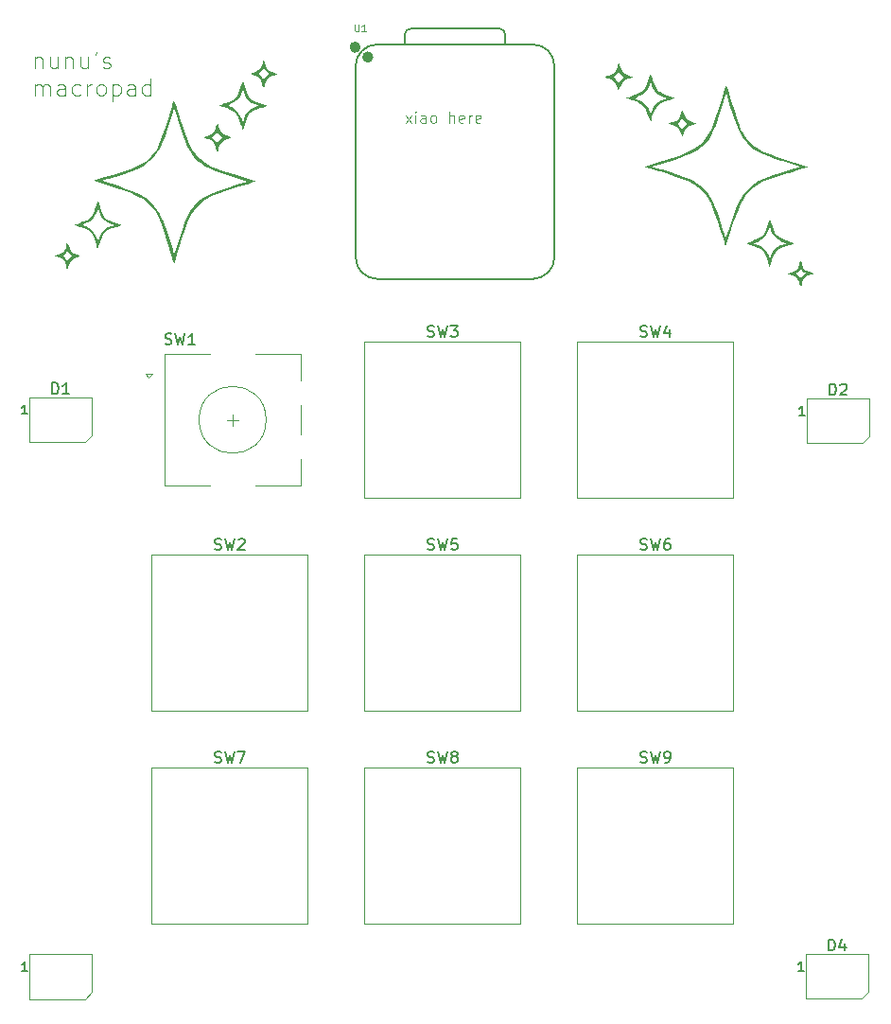
<source format=gbr>
%TF.GenerationSoftware,KiCad,Pcbnew,8.0.8*%
%TF.CreationDate,2025-02-20T21:51:01-07:00*%
%TF.ProjectId,my actual macropad,6d792061-6374-4756-916c-206d6163726f,rev?*%
%TF.SameCoordinates,Original*%
%TF.FileFunction,Legend,Top*%
%TF.FilePolarity,Positive*%
%FSLAX46Y46*%
G04 Gerber Fmt 4.6, Leading zero omitted, Abs format (unit mm)*
G04 Created by KiCad (PCBNEW 8.0.8) date 2025-02-20 21:51:01*
%MOMM*%
%LPD*%
G01*
G04 APERTURE LIST*
%ADD10C,0.100000*%
%ADD11C,0.101600*%
%ADD12C,0.150000*%
%ADD13C,0.127000*%
%ADD14C,0.504000*%
%ADD15C,0.120000*%
%ADD16C,0.000000*%
G04 APERTURE END LIST*
D10*
X94510431Y-69952562D02*
X94510431Y-70952562D01*
X94510431Y-70095419D02*
X94581860Y-70023991D01*
X94581860Y-70023991D02*
X94724717Y-69952562D01*
X94724717Y-69952562D02*
X94939003Y-69952562D01*
X94939003Y-69952562D02*
X95081860Y-70023991D01*
X95081860Y-70023991D02*
X95153289Y-70166848D01*
X95153289Y-70166848D02*
X95153289Y-70952562D01*
X96510432Y-69952562D02*
X96510432Y-70952562D01*
X95867574Y-69952562D02*
X95867574Y-70738276D01*
X95867574Y-70738276D02*
X95939003Y-70881134D01*
X95939003Y-70881134D02*
X96081860Y-70952562D01*
X96081860Y-70952562D02*
X96296146Y-70952562D01*
X96296146Y-70952562D02*
X96439003Y-70881134D01*
X96439003Y-70881134D02*
X96510432Y-70809705D01*
X97224717Y-69952562D02*
X97224717Y-70952562D01*
X97224717Y-70095419D02*
X97296146Y-70023991D01*
X97296146Y-70023991D02*
X97439003Y-69952562D01*
X97439003Y-69952562D02*
X97653289Y-69952562D01*
X97653289Y-69952562D02*
X97796146Y-70023991D01*
X97796146Y-70023991D02*
X97867575Y-70166848D01*
X97867575Y-70166848D02*
X97867575Y-70952562D01*
X99224718Y-69952562D02*
X99224718Y-70952562D01*
X98581860Y-69952562D02*
X98581860Y-70738276D01*
X98581860Y-70738276D02*
X98653289Y-70881134D01*
X98653289Y-70881134D02*
X98796146Y-70952562D01*
X98796146Y-70952562D02*
X99010432Y-70952562D01*
X99010432Y-70952562D02*
X99153289Y-70881134D01*
X99153289Y-70881134D02*
X99224718Y-70809705D01*
X100010432Y-69452562D02*
X99867575Y-69738276D01*
X100581861Y-70881134D02*
X100724718Y-70952562D01*
X100724718Y-70952562D02*
X101010432Y-70952562D01*
X101010432Y-70952562D02*
X101153289Y-70881134D01*
X101153289Y-70881134D02*
X101224718Y-70738276D01*
X101224718Y-70738276D02*
X101224718Y-70666848D01*
X101224718Y-70666848D02*
X101153289Y-70523991D01*
X101153289Y-70523991D02*
X101010432Y-70452562D01*
X101010432Y-70452562D02*
X100796147Y-70452562D01*
X100796147Y-70452562D02*
X100653289Y-70381134D01*
X100653289Y-70381134D02*
X100581861Y-70238276D01*
X100581861Y-70238276D02*
X100581861Y-70166848D01*
X100581861Y-70166848D02*
X100653289Y-70023991D01*
X100653289Y-70023991D02*
X100796147Y-69952562D01*
X100796147Y-69952562D02*
X101010432Y-69952562D01*
X101010432Y-69952562D02*
X101153289Y-70023991D01*
X94510431Y-73367478D02*
X94510431Y-72367478D01*
X94510431Y-72510335D02*
X94581860Y-72438907D01*
X94581860Y-72438907D02*
X94724717Y-72367478D01*
X94724717Y-72367478D02*
X94939003Y-72367478D01*
X94939003Y-72367478D02*
X95081860Y-72438907D01*
X95081860Y-72438907D02*
X95153289Y-72581764D01*
X95153289Y-72581764D02*
X95153289Y-73367478D01*
X95153289Y-72581764D02*
X95224717Y-72438907D01*
X95224717Y-72438907D02*
X95367574Y-72367478D01*
X95367574Y-72367478D02*
X95581860Y-72367478D01*
X95581860Y-72367478D02*
X95724717Y-72438907D01*
X95724717Y-72438907D02*
X95796146Y-72581764D01*
X95796146Y-72581764D02*
X95796146Y-73367478D01*
X97153289Y-73367478D02*
X97153289Y-72581764D01*
X97153289Y-72581764D02*
X97081860Y-72438907D01*
X97081860Y-72438907D02*
X96939003Y-72367478D01*
X96939003Y-72367478D02*
X96653289Y-72367478D01*
X96653289Y-72367478D02*
X96510431Y-72438907D01*
X97153289Y-73296050D02*
X97010431Y-73367478D01*
X97010431Y-73367478D02*
X96653289Y-73367478D01*
X96653289Y-73367478D02*
X96510431Y-73296050D01*
X96510431Y-73296050D02*
X96439003Y-73153192D01*
X96439003Y-73153192D02*
X96439003Y-73010335D01*
X96439003Y-73010335D02*
X96510431Y-72867478D01*
X96510431Y-72867478D02*
X96653289Y-72796050D01*
X96653289Y-72796050D02*
X97010431Y-72796050D01*
X97010431Y-72796050D02*
X97153289Y-72724621D01*
X98510432Y-73296050D02*
X98367574Y-73367478D01*
X98367574Y-73367478D02*
X98081860Y-73367478D01*
X98081860Y-73367478D02*
X97939003Y-73296050D01*
X97939003Y-73296050D02*
X97867574Y-73224621D01*
X97867574Y-73224621D02*
X97796146Y-73081764D01*
X97796146Y-73081764D02*
X97796146Y-72653192D01*
X97796146Y-72653192D02*
X97867574Y-72510335D01*
X97867574Y-72510335D02*
X97939003Y-72438907D01*
X97939003Y-72438907D02*
X98081860Y-72367478D01*
X98081860Y-72367478D02*
X98367574Y-72367478D01*
X98367574Y-72367478D02*
X98510432Y-72438907D01*
X99153288Y-73367478D02*
X99153288Y-72367478D01*
X99153288Y-72653192D02*
X99224717Y-72510335D01*
X99224717Y-72510335D02*
X99296146Y-72438907D01*
X99296146Y-72438907D02*
X99439003Y-72367478D01*
X99439003Y-72367478D02*
X99581860Y-72367478D01*
X100296145Y-73367478D02*
X100153288Y-73296050D01*
X100153288Y-73296050D02*
X100081859Y-73224621D01*
X100081859Y-73224621D02*
X100010431Y-73081764D01*
X100010431Y-73081764D02*
X100010431Y-72653192D01*
X100010431Y-72653192D02*
X100081859Y-72510335D01*
X100081859Y-72510335D02*
X100153288Y-72438907D01*
X100153288Y-72438907D02*
X100296145Y-72367478D01*
X100296145Y-72367478D02*
X100510431Y-72367478D01*
X100510431Y-72367478D02*
X100653288Y-72438907D01*
X100653288Y-72438907D02*
X100724717Y-72510335D01*
X100724717Y-72510335D02*
X100796145Y-72653192D01*
X100796145Y-72653192D02*
X100796145Y-73081764D01*
X100796145Y-73081764D02*
X100724717Y-73224621D01*
X100724717Y-73224621D02*
X100653288Y-73296050D01*
X100653288Y-73296050D02*
X100510431Y-73367478D01*
X100510431Y-73367478D02*
X100296145Y-73367478D01*
X101439002Y-72367478D02*
X101439002Y-73867478D01*
X101439002Y-72438907D02*
X101581860Y-72367478D01*
X101581860Y-72367478D02*
X101867574Y-72367478D01*
X101867574Y-72367478D02*
X102010431Y-72438907D01*
X102010431Y-72438907D02*
X102081860Y-72510335D01*
X102081860Y-72510335D02*
X102153288Y-72653192D01*
X102153288Y-72653192D02*
X102153288Y-73081764D01*
X102153288Y-73081764D02*
X102081860Y-73224621D01*
X102081860Y-73224621D02*
X102010431Y-73296050D01*
X102010431Y-73296050D02*
X101867574Y-73367478D01*
X101867574Y-73367478D02*
X101581860Y-73367478D01*
X101581860Y-73367478D02*
X101439002Y-73296050D01*
X103439003Y-73367478D02*
X103439003Y-72581764D01*
X103439003Y-72581764D02*
X103367574Y-72438907D01*
X103367574Y-72438907D02*
X103224717Y-72367478D01*
X103224717Y-72367478D02*
X102939003Y-72367478D01*
X102939003Y-72367478D02*
X102796145Y-72438907D01*
X103439003Y-73296050D02*
X103296145Y-73367478D01*
X103296145Y-73367478D02*
X102939003Y-73367478D01*
X102939003Y-73367478D02*
X102796145Y-73296050D01*
X102796145Y-73296050D02*
X102724717Y-73153192D01*
X102724717Y-73153192D02*
X102724717Y-73010335D01*
X102724717Y-73010335D02*
X102796145Y-72867478D01*
X102796145Y-72867478D02*
X102939003Y-72796050D01*
X102939003Y-72796050D02*
X103296145Y-72796050D01*
X103296145Y-72796050D02*
X103439003Y-72724621D01*
X104796146Y-73367478D02*
X104796146Y-71867478D01*
X104796146Y-73296050D02*
X104653288Y-73367478D01*
X104653288Y-73367478D02*
X104367574Y-73367478D01*
X104367574Y-73367478D02*
X104224717Y-73296050D01*
X104224717Y-73296050D02*
X104153288Y-73224621D01*
X104153288Y-73224621D02*
X104081860Y-73081764D01*
X104081860Y-73081764D02*
X104081860Y-72653192D01*
X104081860Y-72653192D02*
X104153288Y-72510335D01*
X104153288Y-72510335D02*
X104224717Y-72438907D01*
X104224717Y-72438907D02*
X104367574Y-72367478D01*
X104367574Y-72367478D02*
X104653288Y-72367478D01*
X104653288Y-72367478D02*
X104796146Y-72438907D01*
X127633646Y-75809919D02*
X128157455Y-75143252D01*
X127633646Y-75143252D02*
X128157455Y-75809919D01*
X128538408Y-75809919D02*
X128538408Y-75143252D01*
X128538408Y-74809919D02*
X128490789Y-74857538D01*
X128490789Y-74857538D02*
X128538408Y-74905157D01*
X128538408Y-74905157D02*
X128586027Y-74857538D01*
X128586027Y-74857538D02*
X128538408Y-74809919D01*
X128538408Y-74809919D02*
X128538408Y-74905157D01*
X129443169Y-75809919D02*
X129443169Y-75286109D01*
X129443169Y-75286109D02*
X129395550Y-75190871D01*
X129395550Y-75190871D02*
X129300312Y-75143252D01*
X129300312Y-75143252D02*
X129109836Y-75143252D01*
X129109836Y-75143252D02*
X129014598Y-75190871D01*
X129443169Y-75762300D02*
X129347931Y-75809919D01*
X129347931Y-75809919D02*
X129109836Y-75809919D01*
X129109836Y-75809919D02*
X129014598Y-75762300D01*
X129014598Y-75762300D02*
X128966979Y-75667061D01*
X128966979Y-75667061D02*
X128966979Y-75571823D01*
X128966979Y-75571823D02*
X129014598Y-75476585D01*
X129014598Y-75476585D02*
X129109836Y-75428966D01*
X129109836Y-75428966D02*
X129347931Y-75428966D01*
X129347931Y-75428966D02*
X129443169Y-75381347D01*
X130062217Y-75809919D02*
X129966979Y-75762300D01*
X129966979Y-75762300D02*
X129919360Y-75714680D01*
X129919360Y-75714680D02*
X129871741Y-75619442D01*
X129871741Y-75619442D02*
X129871741Y-75333728D01*
X129871741Y-75333728D02*
X129919360Y-75238490D01*
X129919360Y-75238490D02*
X129966979Y-75190871D01*
X129966979Y-75190871D02*
X130062217Y-75143252D01*
X130062217Y-75143252D02*
X130205074Y-75143252D01*
X130205074Y-75143252D02*
X130300312Y-75190871D01*
X130300312Y-75190871D02*
X130347931Y-75238490D01*
X130347931Y-75238490D02*
X130395550Y-75333728D01*
X130395550Y-75333728D02*
X130395550Y-75619442D01*
X130395550Y-75619442D02*
X130347931Y-75714680D01*
X130347931Y-75714680D02*
X130300312Y-75762300D01*
X130300312Y-75762300D02*
X130205074Y-75809919D01*
X130205074Y-75809919D02*
X130062217Y-75809919D01*
X131586027Y-75809919D02*
X131586027Y-74809919D01*
X132014598Y-75809919D02*
X132014598Y-75286109D01*
X132014598Y-75286109D02*
X131966979Y-75190871D01*
X131966979Y-75190871D02*
X131871741Y-75143252D01*
X131871741Y-75143252D02*
X131728884Y-75143252D01*
X131728884Y-75143252D02*
X131633646Y-75190871D01*
X131633646Y-75190871D02*
X131586027Y-75238490D01*
X132871741Y-75762300D02*
X132776503Y-75809919D01*
X132776503Y-75809919D02*
X132586027Y-75809919D01*
X132586027Y-75809919D02*
X132490789Y-75762300D01*
X132490789Y-75762300D02*
X132443170Y-75667061D01*
X132443170Y-75667061D02*
X132443170Y-75286109D01*
X132443170Y-75286109D02*
X132490789Y-75190871D01*
X132490789Y-75190871D02*
X132586027Y-75143252D01*
X132586027Y-75143252D02*
X132776503Y-75143252D01*
X132776503Y-75143252D02*
X132871741Y-75190871D01*
X132871741Y-75190871D02*
X132919360Y-75286109D01*
X132919360Y-75286109D02*
X132919360Y-75381347D01*
X132919360Y-75381347D02*
X132443170Y-75476585D01*
X133347932Y-75809919D02*
X133347932Y-75143252D01*
X133347932Y-75333728D02*
X133395551Y-75238490D01*
X133395551Y-75238490D02*
X133443170Y-75190871D01*
X133443170Y-75190871D02*
X133538408Y-75143252D01*
X133538408Y-75143252D02*
X133633646Y-75143252D01*
X134347932Y-75762300D02*
X134252694Y-75809919D01*
X134252694Y-75809919D02*
X134062218Y-75809919D01*
X134062218Y-75809919D02*
X133966980Y-75762300D01*
X133966980Y-75762300D02*
X133919361Y-75667061D01*
X133919361Y-75667061D02*
X133919361Y-75286109D01*
X133919361Y-75286109D02*
X133966980Y-75190871D01*
X133966980Y-75190871D02*
X134062218Y-75143252D01*
X134062218Y-75143252D02*
X134252694Y-75143252D01*
X134252694Y-75143252D02*
X134347932Y-75190871D01*
X134347932Y-75190871D02*
X134395551Y-75286109D01*
X134395551Y-75286109D02*
X134395551Y-75381347D01*
X134395551Y-75381347D02*
X133919361Y-75476585D01*
D11*
X123091190Y-67009729D02*
X123091190Y-67523776D01*
X123091190Y-67523776D02*
X123121428Y-67584252D01*
X123121428Y-67584252D02*
X123151666Y-67614491D01*
X123151666Y-67614491D02*
X123212142Y-67644729D01*
X123212142Y-67644729D02*
X123333095Y-67644729D01*
X123333095Y-67644729D02*
X123393571Y-67614491D01*
X123393571Y-67614491D02*
X123423809Y-67584252D01*
X123423809Y-67584252D02*
X123454047Y-67523776D01*
X123454047Y-67523776D02*
X123454047Y-67009729D01*
X124089047Y-67644729D02*
X123726190Y-67644729D01*
X123907618Y-67644729D02*
X123907618Y-67009729D01*
X123907618Y-67009729D02*
X123847142Y-67100443D01*
X123847142Y-67100443D02*
X123786666Y-67160919D01*
X123786666Y-67160919D02*
X123726190Y-67191157D01*
D12*
X148685417Y-133026950D02*
X148828274Y-133074569D01*
X148828274Y-133074569D02*
X149066369Y-133074569D01*
X149066369Y-133074569D02*
X149161607Y-133026950D01*
X149161607Y-133026950D02*
X149209226Y-132979330D01*
X149209226Y-132979330D02*
X149256845Y-132884092D01*
X149256845Y-132884092D02*
X149256845Y-132788854D01*
X149256845Y-132788854D02*
X149209226Y-132693616D01*
X149209226Y-132693616D02*
X149161607Y-132645997D01*
X149161607Y-132645997D02*
X149066369Y-132598378D01*
X149066369Y-132598378D02*
X148875893Y-132550759D01*
X148875893Y-132550759D02*
X148780655Y-132503140D01*
X148780655Y-132503140D02*
X148733036Y-132455521D01*
X148733036Y-132455521D02*
X148685417Y-132360283D01*
X148685417Y-132360283D02*
X148685417Y-132265045D01*
X148685417Y-132265045D02*
X148733036Y-132169807D01*
X148733036Y-132169807D02*
X148780655Y-132122188D01*
X148780655Y-132122188D02*
X148875893Y-132074569D01*
X148875893Y-132074569D02*
X149113988Y-132074569D01*
X149113988Y-132074569D02*
X149256845Y-132122188D01*
X149590179Y-132074569D02*
X149828274Y-133074569D01*
X149828274Y-133074569D02*
X150018750Y-132360283D01*
X150018750Y-132360283D02*
X150209226Y-133074569D01*
X150209226Y-133074569D02*
X150447322Y-132074569D01*
X150875893Y-133074569D02*
X151066369Y-133074569D01*
X151066369Y-133074569D02*
X151161607Y-133026950D01*
X151161607Y-133026950D02*
X151209226Y-132979330D01*
X151209226Y-132979330D02*
X151304464Y-132836473D01*
X151304464Y-132836473D02*
X151352083Y-132645997D01*
X151352083Y-132645997D02*
X151352083Y-132265045D01*
X151352083Y-132265045D02*
X151304464Y-132169807D01*
X151304464Y-132169807D02*
X151256845Y-132122188D01*
X151256845Y-132122188D02*
X151161607Y-132074569D01*
X151161607Y-132074569D02*
X150971131Y-132074569D01*
X150971131Y-132074569D02*
X150875893Y-132122188D01*
X150875893Y-132122188D02*
X150828274Y-132169807D01*
X150828274Y-132169807D02*
X150780655Y-132265045D01*
X150780655Y-132265045D02*
X150780655Y-132503140D01*
X150780655Y-132503140D02*
X150828274Y-132598378D01*
X150828274Y-132598378D02*
X150875893Y-132645997D01*
X150875893Y-132645997D02*
X150971131Y-132693616D01*
X150971131Y-132693616D02*
X151161607Y-132693616D01*
X151161607Y-132693616D02*
X151256845Y-132645997D01*
X151256845Y-132645997D02*
X151304464Y-132598378D01*
X151304464Y-132598378D02*
X151352083Y-132503140D01*
X129635417Y-133026950D02*
X129778274Y-133074569D01*
X129778274Y-133074569D02*
X130016369Y-133074569D01*
X130016369Y-133074569D02*
X130111607Y-133026950D01*
X130111607Y-133026950D02*
X130159226Y-132979330D01*
X130159226Y-132979330D02*
X130206845Y-132884092D01*
X130206845Y-132884092D02*
X130206845Y-132788854D01*
X130206845Y-132788854D02*
X130159226Y-132693616D01*
X130159226Y-132693616D02*
X130111607Y-132645997D01*
X130111607Y-132645997D02*
X130016369Y-132598378D01*
X130016369Y-132598378D02*
X129825893Y-132550759D01*
X129825893Y-132550759D02*
X129730655Y-132503140D01*
X129730655Y-132503140D02*
X129683036Y-132455521D01*
X129683036Y-132455521D02*
X129635417Y-132360283D01*
X129635417Y-132360283D02*
X129635417Y-132265045D01*
X129635417Y-132265045D02*
X129683036Y-132169807D01*
X129683036Y-132169807D02*
X129730655Y-132122188D01*
X129730655Y-132122188D02*
X129825893Y-132074569D01*
X129825893Y-132074569D02*
X130063988Y-132074569D01*
X130063988Y-132074569D02*
X130206845Y-132122188D01*
X130540179Y-132074569D02*
X130778274Y-133074569D01*
X130778274Y-133074569D02*
X130968750Y-132360283D01*
X130968750Y-132360283D02*
X131159226Y-133074569D01*
X131159226Y-133074569D02*
X131397322Y-132074569D01*
X131921131Y-132503140D02*
X131825893Y-132455521D01*
X131825893Y-132455521D02*
X131778274Y-132407902D01*
X131778274Y-132407902D02*
X131730655Y-132312664D01*
X131730655Y-132312664D02*
X131730655Y-132265045D01*
X131730655Y-132265045D02*
X131778274Y-132169807D01*
X131778274Y-132169807D02*
X131825893Y-132122188D01*
X131825893Y-132122188D02*
X131921131Y-132074569D01*
X131921131Y-132074569D02*
X132111607Y-132074569D01*
X132111607Y-132074569D02*
X132206845Y-132122188D01*
X132206845Y-132122188D02*
X132254464Y-132169807D01*
X132254464Y-132169807D02*
X132302083Y-132265045D01*
X132302083Y-132265045D02*
X132302083Y-132312664D01*
X132302083Y-132312664D02*
X132254464Y-132407902D01*
X132254464Y-132407902D02*
X132206845Y-132455521D01*
X132206845Y-132455521D02*
X132111607Y-132503140D01*
X132111607Y-132503140D02*
X131921131Y-132503140D01*
X131921131Y-132503140D02*
X131825893Y-132550759D01*
X131825893Y-132550759D02*
X131778274Y-132598378D01*
X131778274Y-132598378D02*
X131730655Y-132693616D01*
X131730655Y-132693616D02*
X131730655Y-132884092D01*
X131730655Y-132884092D02*
X131778274Y-132979330D01*
X131778274Y-132979330D02*
X131825893Y-133026950D01*
X131825893Y-133026950D02*
X131921131Y-133074569D01*
X131921131Y-133074569D02*
X132111607Y-133074569D01*
X132111607Y-133074569D02*
X132206845Y-133026950D01*
X132206845Y-133026950D02*
X132254464Y-132979330D01*
X132254464Y-132979330D02*
X132302083Y-132884092D01*
X132302083Y-132884092D02*
X132302083Y-132693616D01*
X132302083Y-132693616D02*
X132254464Y-132598378D01*
X132254464Y-132598378D02*
X132206845Y-132550759D01*
X132206845Y-132550759D02*
X132111607Y-132503140D01*
X110585417Y-133026950D02*
X110728274Y-133074569D01*
X110728274Y-133074569D02*
X110966369Y-133074569D01*
X110966369Y-133074569D02*
X111061607Y-133026950D01*
X111061607Y-133026950D02*
X111109226Y-132979330D01*
X111109226Y-132979330D02*
X111156845Y-132884092D01*
X111156845Y-132884092D02*
X111156845Y-132788854D01*
X111156845Y-132788854D02*
X111109226Y-132693616D01*
X111109226Y-132693616D02*
X111061607Y-132645997D01*
X111061607Y-132645997D02*
X110966369Y-132598378D01*
X110966369Y-132598378D02*
X110775893Y-132550759D01*
X110775893Y-132550759D02*
X110680655Y-132503140D01*
X110680655Y-132503140D02*
X110633036Y-132455521D01*
X110633036Y-132455521D02*
X110585417Y-132360283D01*
X110585417Y-132360283D02*
X110585417Y-132265045D01*
X110585417Y-132265045D02*
X110633036Y-132169807D01*
X110633036Y-132169807D02*
X110680655Y-132122188D01*
X110680655Y-132122188D02*
X110775893Y-132074569D01*
X110775893Y-132074569D02*
X111013988Y-132074569D01*
X111013988Y-132074569D02*
X111156845Y-132122188D01*
X111490179Y-132074569D02*
X111728274Y-133074569D01*
X111728274Y-133074569D02*
X111918750Y-132360283D01*
X111918750Y-132360283D02*
X112109226Y-133074569D01*
X112109226Y-133074569D02*
X112347322Y-132074569D01*
X112633036Y-132074569D02*
X113299702Y-132074569D01*
X113299702Y-132074569D02*
X112871131Y-133074569D01*
X148685417Y-113976950D02*
X148828274Y-114024569D01*
X148828274Y-114024569D02*
X149066369Y-114024569D01*
X149066369Y-114024569D02*
X149161607Y-113976950D01*
X149161607Y-113976950D02*
X149209226Y-113929330D01*
X149209226Y-113929330D02*
X149256845Y-113834092D01*
X149256845Y-113834092D02*
X149256845Y-113738854D01*
X149256845Y-113738854D02*
X149209226Y-113643616D01*
X149209226Y-113643616D02*
X149161607Y-113595997D01*
X149161607Y-113595997D02*
X149066369Y-113548378D01*
X149066369Y-113548378D02*
X148875893Y-113500759D01*
X148875893Y-113500759D02*
X148780655Y-113453140D01*
X148780655Y-113453140D02*
X148733036Y-113405521D01*
X148733036Y-113405521D02*
X148685417Y-113310283D01*
X148685417Y-113310283D02*
X148685417Y-113215045D01*
X148685417Y-113215045D02*
X148733036Y-113119807D01*
X148733036Y-113119807D02*
X148780655Y-113072188D01*
X148780655Y-113072188D02*
X148875893Y-113024569D01*
X148875893Y-113024569D02*
X149113988Y-113024569D01*
X149113988Y-113024569D02*
X149256845Y-113072188D01*
X149590179Y-113024569D02*
X149828274Y-114024569D01*
X149828274Y-114024569D02*
X150018750Y-113310283D01*
X150018750Y-113310283D02*
X150209226Y-114024569D01*
X150209226Y-114024569D02*
X150447322Y-113024569D01*
X151256845Y-113024569D02*
X151066369Y-113024569D01*
X151066369Y-113024569D02*
X150971131Y-113072188D01*
X150971131Y-113072188D02*
X150923512Y-113119807D01*
X150923512Y-113119807D02*
X150828274Y-113262664D01*
X150828274Y-113262664D02*
X150780655Y-113453140D01*
X150780655Y-113453140D02*
X150780655Y-113834092D01*
X150780655Y-113834092D02*
X150828274Y-113929330D01*
X150828274Y-113929330D02*
X150875893Y-113976950D01*
X150875893Y-113976950D02*
X150971131Y-114024569D01*
X150971131Y-114024569D02*
X151161607Y-114024569D01*
X151161607Y-114024569D02*
X151256845Y-113976950D01*
X151256845Y-113976950D02*
X151304464Y-113929330D01*
X151304464Y-113929330D02*
X151352083Y-113834092D01*
X151352083Y-113834092D02*
X151352083Y-113595997D01*
X151352083Y-113595997D02*
X151304464Y-113500759D01*
X151304464Y-113500759D02*
X151256845Y-113453140D01*
X151256845Y-113453140D02*
X151161607Y-113405521D01*
X151161607Y-113405521D02*
X150971131Y-113405521D01*
X150971131Y-113405521D02*
X150875893Y-113453140D01*
X150875893Y-113453140D02*
X150828274Y-113500759D01*
X150828274Y-113500759D02*
X150780655Y-113595997D01*
X129635417Y-113976950D02*
X129778274Y-114024569D01*
X129778274Y-114024569D02*
X130016369Y-114024569D01*
X130016369Y-114024569D02*
X130111607Y-113976950D01*
X130111607Y-113976950D02*
X130159226Y-113929330D01*
X130159226Y-113929330D02*
X130206845Y-113834092D01*
X130206845Y-113834092D02*
X130206845Y-113738854D01*
X130206845Y-113738854D02*
X130159226Y-113643616D01*
X130159226Y-113643616D02*
X130111607Y-113595997D01*
X130111607Y-113595997D02*
X130016369Y-113548378D01*
X130016369Y-113548378D02*
X129825893Y-113500759D01*
X129825893Y-113500759D02*
X129730655Y-113453140D01*
X129730655Y-113453140D02*
X129683036Y-113405521D01*
X129683036Y-113405521D02*
X129635417Y-113310283D01*
X129635417Y-113310283D02*
X129635417Y-113215045D01*
X129635417Y-113215045D02*
X129683036Y-113119807D01*
X129683036Y-113119807D02*
X129730655Y-113072188D01*
X129730655Y-113072188D02*
X129825893Y-113024569D01*
X129825893Y-113024569D02*
X130063988Y-113024569D01*
X130063988Y-113024569D02*
X130206845Y-113072188D01*
X130540179Y-113024569D02*
X130778274Y-114024569D01*
X130778274Y-114024569D02*
X130968750Y-113310283D01*
X130968750Y-113310283D02*
X131159226Y-114024569D01*
X131159226Y-114024569D02*
X131397322Y-113024569D01*
X132254464Y-113024569D02*
X131778274Y-113024569D01*
X131778274Y-113024569D02*
X131730655Y-113500759D01*
X131730655Y-113500759D02*
X131778274Y-113453140D01*
X131778274Y-113453140D02*
X131873512Y-113405521D01*
X131873512Y-113405521D02*
X132111607Y-113405521D01*
X132111607Y-113405521D02*
X132206845Y-113453140D01*
X132206845Y-113453140D02*
X132254464Y-113500759D01*
X132254464Y-113500759D02*
X132302083Y-113595997D01*
X132302083Y-113595997D02*
X132302083Y-113834092D01*
X132302083Y-113834092D02*
X132254464Y-113929330D01*
X132254464Y-113929330D02*
X132206845Y-113976950D01*
X132206845Y-113976950D02*
X132111607Y-114024569D01*
X132111607Y-114024569D02*
X131873512Y-114024569D01*
X131873512Y-114024569D02*
X131778274Y-113976950D01*
X131778274Y-113976950D02*
X131730655Y-113929330D01*
X148685417Y-94926950D02*
X148828274Y-94974569D01*
X148828274Y-94974569D02*
X149066369Y-94974569D01*
X149066369Y-94974569D02*
X149161607Y-94926950D01*
X149161607Y-94926950D02*
X149209226Y-94879330D01*
X149209226Y-94879330D02*
X149256845Y-94784092D01*
X149256845Y-94784092D02*
X149256845Y-94688854D01*
X149256845Y-94688854D02*
X149209226Y-94593616D01*
X149209226Y-94593616D02*
X149161607Y-94545997D01*
X149161607Y-94545997D02*
X149066369Y-94498378D01*
X149066369Y-94498378D02*
X148875893Y-94450759D01*
X148875893Y-94450759D02*
X148780655Y-94403140D01*
X148780655Y-94403140D02*
X148733036Y-94355521D01*
X148733036Y-94355521D02*
X148685417Y-94260283D01*
X148685417Y-94260283D02*
X148685417Y-94165045D01*
X148685417Y-94165045D02*
X148733036Y-94069807D01*
X148733036Y-94069807D02*
X148780655Y-94022188D01*
X148780655Y-94022188D02*
X148875893Y-93974569D01*
X148875893Y-93974569D02*
X149113988Y-93974569D01*
X149113988Y-93974569D02*
X149256845Y-94022188D01*
X149590179Y-93974569D02*
X149828274Y-94974569D01*
X149828274Y-94974569D02*
X150018750Y-94260283D01*
X150018750Y-94260283D02*
X150209226Y-94974569D01*
X150209226Y-94974569D02*
X150447322Y-93974569D01*
X151256845Y-94307902D02*
X151256845Y-94974569D01*
X151018750Y-93926950D02*
X150780655Y-94641235D01*
X150780655Y-94641235D02*
X151399702Y-94641235D01*
X129635417Y-94926950D02*
X129778274Y-94974569D01*
X129778274Y-94974569D02*
X130016369Y-94974569D01*
X130016369Y-94974569D02*
X130111607Y-94926950D01*
X130111607Y-94926950D02*
X130159226Y-94879330D01*
X130159226Y-94879330D02*
X130206845Y-94784092D01*
X130206845Y-94784092D02*
X130206845Y-94688854D01*
X130206845Y-94688854D02*
X130159226Y-94593616D01*
X130159226Y-94593616D02*
X130111607Y-94545997D01*
X130111607Y-94545997D02*
X130016369Y-94498378D01*
X130016369Y-94498378D02*
X129825893Y-94450759D01*
X129825893Y-94450759D02*
X129730655Y-94403140D01*
X129730655Y-94403140D02*
X129683036Y-94355521D01*
X129683036Y-94355521D02*
X129635417Y-94260283D01*
X129635417Y-94260283D02*
X129635417Y-94165045D01*
X129635417Y-94165045D02*
X129683036Y-94069807D01*
X129683036Y-94069807D02*
X129730655Y-94022188D01*
X129730655Y-94022188D02*
X129825893Y-93974569D01*
X129825893Y-93974569D02*
X130063988Y-93974569D01*
X130063988Y-93974569D02*
X130206845Y-94022188D01*
X130540179Y-93974569D02*
X130778274Y-94974569D01*
X130778274Y-94974569D02*
X130968750Y-94260283D01*
X130968750Y-94260283D02*
X131159226Y-94974569D01*
X131159226Y-94974569D02*
X131397322Y-93974569D01*
X131683036Y-93974569D02*
X132302083Y-93974569D01*
X132302083Y-93974569D02*
X131968750Y-94355521D01*
X131968750Y-94355521D02*
X132111607Y-94355521D01*
X132111607Y-94355521D02*
X132206845Y-94403140D01*
X132206845Y-94403140D02*
X132254464Y-94450759D01*
X132254464Y-94450759D02*
X132302083Y-94545997D01*
X132302083Y-94545997D02*
X132302083Y-94784092D01*
X132302083Y-94784092D02*
X132254464Y-94879330D01*
X132254464Y-94879330D02*
X132206845Y-94926950D01*
X132206845Y-94926950D02*
X132111607Y-94974569D01*
X132111607Y-94974569D02*
X131825893Y-94974569D01*
X131825893Y-94974569D02*
X131730655Y-94926950D01*
X131730655Y-94926950D02*
X131683036Y-94879330D01*
X110585417Y-113976950D02*
X110728274Y-114024569D01*
X110728274Y-114024569D02*
X110966369Y-114024569D01*
X110966369Y-114024569D02*
X111061607Y-113976950D01*
X111061607Y-113976950D02*
X111109226Y-113929330D01*
X111109226Y-113929330D02*
X111156845Y-113834092D01*
X111156845Y-113834092D02*
X111156845Y-113738854D01*
X111156845Y-113738854D02*
X111109226Y-113643616D01*
X111109226Y-113643616D02*
X111061607Y-113595997D01*
X111061607Y-113595997D02*
X110966369Y-113548378D01*
X110966369Y-113548378D02*
X110775893Y-113500759D01*
X110775893Y-113500759D02*
X110680655Y-113453140D01*
X110680655Y-113453140D02*
X110633036Y-113405521D01*
X110633036Y-113405521D02*
X110585417Y-113310283D01*
X110585417Y-113310283D02*
X110585417Y-113215045D01*
X110585417Y-113215045D02*
X110633036Y-113119807D01*
X110633036Y-113119807D02*
X110680655Y-113072188D01*
X110680655Y-113072188D02*
X110775893Y-113024569D01*
X110775893Y-113024569D02*
X111013988Y-113024569D01*
X111013988Y-113024569D02*
X111156845Y-113072188D01*
X111490179Y-113024569D02*
X111728274Y-114024569D01*
X111728274Y-114024569D02*
X111918750Y-113310283D01*
X111918750Y-113310283D02*
X112109226Y-114024569D01*
X112109226Y-114024569D02*
X112347322Y-113024569D01*
X112680655Y-113119807D02*
X112728274Y-113072188D01*
X112728274Y-113072188D02*
X112823512Y-113024569D01*
X112823512Y-113024569D02*
X113061607Y-113024569D01*
X113061607Y-113024569D02*
X113156845Y-113072188D01*
X113156845Y-113072188D02*
X113204464Y-113119807D01*
X113204464Y-113119807D02*
X113252083Y-113215045D01*
X113252083Y-113215045D02*
X113252083Y-113310283D01*
X113252083Y-113310283D02*
X113204464Y-113453140D01*
X113204464Y-113453140D02*
X112633036Y-114024569D01*
X112633036Y-114024569D02*
X113252083Y-114024569D01*
X106135417Y-95600950D02*
X106278274Y-95648569D01*
X106278274Y-95648569D02*
X106516369Y-95648569D01*
X106516369Y-95648569D02*
X106611607Y-95600950D01*
X106611607Y-95600950D02*
X106659226Y-95553330D01*
X106659226Y-95553330D02*
X106706845Y-95458092D01*
X106706845Y-95458092D02*
X106706845Y-95362854D01*
X106706845Y-95362854D02*
X106659226Y-95267616D01*
X106659226Y-95267616D02*
X106611607Y-95219997D01*
X106611607Y-95219997D02*
X106516369Y-95172378D01*
X106516369Y-95172378D02*
X106325893Y-95124759D01*
X106325893Y-95124759D02*
X106230655Y-95077140D01*
X106230655Y-95077140D02*
X106183036Y-95029521D01*
X106183036Y-95029521D02*
X106135417Y-94934283D01*
X106135417Y-94934283D02*
X106135417Y-94839045D01*
X106135417Y-94839045D02*
X106183036Y-94743807D01*
X106183036Y-94743807D02*
X106230655Y-94696188D01*
X106230655Y-94696188D02*
X106325893Y-94648569D01*
X106325893Y-94648569D02*
X106563988Y-94648569D01*
X106563988Y-94648569D02*
X106706845Y-94696188D01*
X107040179Y-94648569D02*
X107278274Y-95648569D01*
X107278274Y-95648569D02*
X107468750Y-94934283D01*
X107468750Y-94934283D02*
X107659226Y-95648569D01*
X107659226Y-95648569D02*
X107897322Y-94648569D01*
X108802083Y-95648569D02*
X108230655Y-95648569D01*
X108516369Y-95648569D02*
X108516369Y-94648569D01*
X108516369Y-94648569D02*
X108421131Y-94791426D01*
X108421131Y-94791426D02*
X108325893Y-94886664D01*
X108325893Y-94886664D02*
X108230655Y-94934283D01*
X96011905Y-100079819D02*
X96011905Y-99079819D01*
X96011905Y-99079819D02*
X96250000Y-99079819D01*
X96250000Y-99079819D02*
X96392857Y-99127438D01*
X96392857Y-99127438D02*
X96488095Y-99222676D01*
X96488095Y-99222676D02*
X96535714Y-99317914D01*
X96535714Y-99317914D02*
X96583333Y-99508390D01*
X96583333Y-99508390D02*
X96583333Y-99651247D01*
X96583333Y-99651247D02*
X96535714Y-99841723D01*
X96535714Y-99841723D02*
X96488095Y-99936961D01*
X96488095Y-99936961D02*
X96392857Y-100032200D01*
X96392857Y-100032200D02*
X96250000Y-100079819D01*
X96250000Y-100079819D02*
X96011905Y-100079819D01*
X97535714Y-100079819D02*
X96964286Y-100079819D01*
X97250000Y-100079819D02*
X97250000Y-99079819D01*
X97250000Y-99079819D02*
X97154762Y-99222676D01*
X97154762Y-99222676D02*
X97059524Y-99317914D01*
X97059524Y-99317914D02*
X96964286Y-99365533D01*
X93778571Y-101862295D02*
X93321428Y-101862295D01*
X93550000Y-101862295D02*
X93550000Y-101062295D01*
X93550000Y-101062295D02*
X93473809Y-101176580D01*
X93473809Y-101176580D02*
X93397619Y-101252771D01*
X93397619Y-101252771D02*
X93321428Y-101290866D01*
X165611905Y-100179819D02*
X165611905Y-99179819D01*
X165611905Y-99179819D02*
X165850000Y-99179819D01*
X165850000Y-99179819D02*
X165992857Y-99227438D01*
X165992857Y-99227438D02*
X166088095Y-99322676D01*
X166088095Y-99322676D02*
X166135714Y-99417914D01*
X166135714Y-99417914D02*
X166183333Y-99608390D01*
X166183333Y-99608390D02*
X166183333Y-99751247D01*
X166183333Y-99751247D02*
X166135714Y-99941723D01*
X166135714Y-99941723D02*
X166088095Y-100036961D01*
X166088095Y-100036961D02*
X165992857Y-100132200D01*
X165992857Y-100132200D02*
X165850000Y-100179819D01*
X165850000Y-100179819D02*
X165611905Y-100179819D01*
X166564286Y-99275057D02*
X166611905Y-99227438D01*
X166611905Y-99227438D02*
X166707143Y-99179819D01*
X166707143Y-99179819D02*
X166945238Y-99179819D01*
X166945238Y-99179819D02*
X167040476Y-99227438D01*
X167040476Y-99227438D02*
X167088095Y-99275057D01*
X167088095Y-99275057D02*
X167135714Y-99370295D01*
X167135714Y-99370295D02*
X167135714Y-99465533D01*
X167135714Y-99465533D02*
X167088095Y-99608390D01*
X167088095Y-99608390D02*
X166516667Y-100179819D01*
X166516667Y-100179819D02*
X167135714Y-100179819D01*
X163378571Y-101962295D02*
X162921428Y-101962295D01*
X163150000Y-101962295D02*
X163150000Y-101162295D01*
X163150000Y-101162295D02*
X163073809Y-101276580D01*
X163073809Y-101276580D02*
X162997619Y-101352771D01*
X162997619Y-101352771D02*
X162921428Y-101390866D01*
X165511905Y-149879819D02*
X165511905Y-148879819D01*
X165511905Y-148879819D02*
X165750000Y-148879819D01*
X165750000Y-148879819D02*
X165892857Y-148927438D01*
X165892857Y-148927438D02*
X165988095Y-149022676D01*
X165988095Y-149022676D02*
X166035714Y-149117914D01*
X166035714Y-149117914D02*
X166083333Y-149308390D01*
X166083333Y-149308390D02*
X166083333Y-149451247D01*
X166083333Y-149451247D02*
X166035714Y-149641723D01*
X166035714Y-149641723D02*
X165988095Y-149736961D01*
X165988095Y-149736961D02*
X165892857Y-149832200D01*
X165892857Y-149832200D02*
X165750000Y-149879819D01*
X165750000Y-149879819D02*
X165511905Y-149879819D01*
X166940476Y-149213152D02*
X166940476Y-149879819D01*
X166702381Y-148832200D02*
X166464286Y-149546485D01*
X166464286Y-149546485D02*
X167083333Y-149546485D01*
X163278571Y-151662295D02*
X162821428Y-151662295D01*
X163050000Y-151662295D02*
X163050000Y-150862295D01*
X163050000Y-150862295D02*
X162973809Y-150976580D01*
X162973809Y-150976580D02*
X162897619Y-151052771D01*
X162897619Y-151052771D02*
X162821428Y-151090866D01*
X93778571Y-151687295D02*
X93321428Y-151687295D01*
X93550000Y-151687295D02*
X93550000Y-150887295D01*
X93550000Y-150887295D02*
X93473809Y-151001580D01*
X93473809Y-151001580D02*
X93397619Y-151077771D01*
X93397619Y-151077771D02*
X93321428Y-151115866D01*
D13*
%TO.C,U1*%
X123185000Y-87865250D02*
X123185000Y-70720250D01*
X125090000Y-89770250D02*
X139060000Y-89770250D01*
X127580000Y-68815250D02*
X127583728Y-67904978D01*
X128083728Y-67405250D02*
X136079000Y-67405250D01*
X136579000Y-67905250D02*
X136579000Y-68815250D01*
D10*
X139060000Y-68815250D02*
X125090000Y-68815250D01*
D13*
X139060000Y-68815250D02*
X125090000Y-68815250D01*
X140965000Y-87865250D02*
X140965000Y-70720250D01*
X123185000Y-70720250D02*
G75*
G02*
X125090000Y-68815250I1905001J-1D01*
G01*
X125090000Y-89770250D02*
G75*
G02*
X123185000Y-87865250I1J1905001D01*
G01*
X127583728Y-67904978D02*
G75*
G02*
X128083728Y-67405251I500018J-291D01*
G01*
X136079000Y-67405250D02*
G75*
G02*
X136579000Y-67905250I0J-500000D01*
G01*
X139060000Y-68815250D02*
G75*
G02*
X140965000Y-70720250I0J-1905000D01*
G01*
X140965000Y-87865250D02*
G75*
G02*
X139060000Y-89770250I-1905000J0D01*
G01*
D14*
X123377000Y-69056250D02*
G75*
G02*
X122873000Y-69056250I-252000J0D01*
G01*
X122873000Y-69056250D02*
G75*
G02*
X123377000Y-69056250I252000J0D01*
G01*
X124520000Y-69936250D02*
G75*
G02*
X124016000Y-69936250I-252000J0D01*
G01*
X124016000Y-69936250D02*
G75*
G02*
X124520000Y-69936250I252000J0D01*
G01*
D15*
%TO.C,SW9*%
X143033750Y-133508750D02*
X157003750Y-133508750D01*
X143033750Y-147478750D02*
X143033750Y-133508750D01*
X157003750Y-133508750D02*
X157003750Y-147478750D01*
X157003750Y-147478750D02*
X143033750Y-147478750D01*
%TO.C,SW8*%
X123983750Y-133508750D02*
X137953750Y-133508750D01*
X123983750Y-147478750D02*
X123983750Y-133508750D01*
X137953750Y-133508750D02*
X137953750Y-147478750D01*
X137953750Y-147478750D02*
X123983750Y-147478750D01*
%TO.C,SW7*%
X104933750Y-133508750D02*
X118903750Y-133508750D01*
X104933750Y-147478750D02*
X104933750Y-133508750D01*
X118903750Y-133508750D02*
X118903750Y-147478750D01*
X118903750Y-147478750D02*
X104933750Y-147478750D01*
%TO.C,SW6*%
X143033750Y-114458750D02*
X157003750Y-114458750D01*
X143033750Y-128428750D02*
X143033750Y-114458750D01*
X157003750Y-114458750D02*
X157003750Y-128428750D01*
X157003750Y-128428750D02*
X143033750Y-128428750D01*
%TO.C,SW5*%
X123983750Y-114458750D02*
X137953750Y-114458750D01*
X123983750Y-128428750D02*
X123983750Y-114458750D01*
X137953750Y-114458750D02*
X137953750Y-128428750D01*
X137953750Y-128428750D02*
X123983750Y-128428750D01*
%TO.C,SW4*%
X143033750Y-95408750D02*
X157003750Y-95408750D01*
X143033750Y-109378750D02*
X143033750Y-95408750D01*
X157003750Y-95408750D02*
X157003750Y-109378750D01*
X157003750Y-109378750D02*
X143033750Y-109378750D01*
%TO.C,SW3*%
X123983750Y-95408750D02*
X137953750Y-95408750D01*
X123983750Y-109378750D02*
X123983750Y-95408750D01*
X137953750Y-95408750D02*
X137953750Y-109378750D01*
X137953750Y-109378750D02*
X123983750Y-109378750D01*
%TO.C,SW2*%
X104933750Y-114458750D02*
X118903750Y-114458750D01*
X104933750Y-128428750D02*
X104933750Y-114458750D01*
X118903750Y-114458750D02*
X118903750Y-128428750D01*
X118903750Y-128428750D02*
X104933750Y-128428750D01*
%TO.C,SW1*%
X104368750Y-98293750D02*
X104968750Y-98293750D01*
X104668750Y-98593750D02*
X104368750Y-98293750D01*
X104968750Y-98293750D02*
X104668750Y-98593750D01*
X106068750Y-96493750D02*
X106068750Y-108293750D01*
X110168750Y-96493750D02*
X106068750Y-96493750D01*
X110168750Y-108293750D02*
X106068750Y-108293750D01*
X111668750Y-102393750D02*
X112668750Y-102393750D01*
X112168750Y-101893750D02*
X112168750Y-102893750D01*
X114168750Y-96493750D02*
X118268750Y-96493750D01*
X118268750Y-96493750D02*
X118268750Y-98893750D01*
X118268750Y-101093750D02*
X118268750Y-103693750D01*
X118268750Y-105893750D02*
X118268750Y-108293750D01*
X118268750Y-108293750D02*
X114168750Y-108293750D01*
X115168750Y-102393750D02*
G75*
G02*
X109168750Y-102393750I-3000000J0D01*
G01*
X109168750Y-102393750D02*
G75*
G02*
X115168750Y-102393750I3000000J0D01*
G01*
%TO.C,D1*%
X93950000Y-100375000D02*
X93950000Y-104375000D01*
X93950000Y-100375000D02*
X99550000Y-100375000D01*
X93950000Y-104375000D02*
X98950000Y-104375000D01*
X99550000Y-103775000D02*
X98950000Y-104375000D01*
X99550000Y-103775000D02*
X99550000Y-100375000D01*
%TO.C,D2*%
X169150000Y-103875000D02*
X169150000Y-100475000D01*
X169150000Y-103875000D02*
X168550000Y-104475000D01*
X163550000Y-104475000D02*
X168550000Y-104475000D01*
X163550000Y-100475000D02*
X169150000Y-100475000D01*
X163550000Y-100475000D02*
X163550000Y-104475000D01*
%TO.C,D4*%
X163450000Y-150175000D02*
X163450000Y-154175000D01*
X163450000Y-150175000D02*
X169050000Y-150175000D01*
X163450000Y-154175000D02*
X168450000Y-154175000D01*
X169050000Y-153575000D02*
X168450000Y-154175000D01*
X169050000Y-153575000D02*
X169050000Y-150175000D01*
D16*
%TO.C,G\u002A\u002A\u002A*%
G36*
X146833429Y-70628004D02*
G01*
X146887232Y-70870661D01*
X147021100Y-71216203D01*
X147288431Y-71466182D01*
X147668922Y-71605530D01*
X147860760Y-71656977D01*
X147954751Y-71712515D01*
X147956666Y-71719828D01*
X147883096Y-71776590D01*
X147695314Y-71854785D01*
X147554500Y-71900906D01*
X147315780Y-71986889D01*
X147157888Y-72099433D01*
X147027236Y-72287971D01*
X146930755Y-72476292D01*
X146808197Y-72703421D01*
X146711047Y-72839426D01*
X146665544Y-72857292D01*
X146618697Y-72728952D01*
X146565300Y-72519599D01*
X146563122Y-72509531D01*
X146415828Y-72204131D01*
X146139350Y-71971537D01*
X145789077Y-71845135D01*
X145569335Y-71782603D01*
X145526451Y-71726438D01*
X146275253Y-71726438D01*
X146502126Y-71962731D01*
X146729000Y-72199023D01*
X146884228Y-72004511D01*
X147037455Y-71863033D01*
X147167262Y-71810000D01*
X147199780Y-71762123D01*
X147099131Y-71623920D01*
X147012033Y-71534833D01*
X146729000Y-71259666D01*
X146502126Y-71493052D01*
X146275253Y-71726438D01*
X145526451Y-71726438D01*
X145516909Y-71713941D01*
X145630321Y-71646517D01*
X145838526Y-71598582D01*
X146192094Y-71458130D01*
X146463748Y-71186283D01*
X146626051Y-70811979D01*
X146638053Y-70755364D01*
X146698567Y-70548830D01*
X146766189Y-70507532D01*
X146833429Y-70628004D01*
G37*
G36*
X163108801Y-88278612D02*
G01*
X163145323Y-88428750D01*
X163264185Y-88782466D01*
X163482252Y-89017130D01*
X163826513Y-89165224D01*
X164056063Y-89252342D01*
X164154465Y-89337051D01*
X164112220Y-89399611D01*
X163949465Y-89420666D01*
X163610124Y-89498319D01*
X163344539Y-89716548D01*
X163179439Y-90053256D01*
X163178054Y-90058384D01*
X163107038Y-90282258D01*
X163042505Y-90417966D01*
X163019824Y-90436666D01*
X162967387Y-90362569D01*
X162899630Y-90174758D01*
X162867279Y-90057441D01*
X162762563Y-89783426D01*
X162587531Y-89592555D01*
X162304539Y-89453400D01*
X162053666Y-89378081D01*
X161799666Y-89311733D01*
X161858826Y-89294014D01*
X162597928Y-89294014D01*
X162702000Y-89419041D01*
X162747445Y-89460324D01*
X162908803Y-89596552D01*
X163006913Y-89668699D01*
X163015111Y-89671991D01*
X163092550Y-89624702D01*
X163247579Y-89503865D01*
X163296773Y-89463000D01*
X163440157Y-89320739D01*
X163444742Y-89254919D01*
X163419630Y-89251333D01*
X163278528Y-89187502D01*
X163159134Y-89063161D01*
X163027333Y-88874988D01*
X162895532Y-89063161D01*
X162753827Y-89204055D01*
X162636811Y-89251333D01*
X162597928Y-89294014D01*
X161858826Y-89294014D01*
X162180666Y-89197620D01*
X162551607Y-89031018D01*
X162786733Y-88782483D01*
X162907052Y-88440958D01*
X162970538Y-88219270D01*
X163040680Y-88165007D01*
X163108801Y-88278612D01*
G37*
G36*
X152501262Y-74737150D02*
G01*
X152563192Y-74973465D01*
X152567013Y-74993524D01*
X152714829Y-75355995D01*
X152987952Y-75620109D01*
X153324475Y-75750986D01*
X153571086Y-75812868D01*
X153650737Y-75877442D01*
X153562874Y-75948772D01*
X153306943Y-76030925D01*
X153285612Y-76036446D01*
X152928537Y-76174804D01*
X152702683Y-76389971D01*
X152575579Y-76715399D01*
X152561814Y-76782184D01*
X152500706Y-77016161D01*
X152434895Y-77081722D01*
X152361605Y-76978709D01*
X152293534Y-76766673D01*
X152165603Y-76425002D01*
X151974888Y-76204948D01*
X151675981Y-76061326D01*
X151546300Y-76023121D01*
X151324484Y-75952639D01*
X151191248Y-75888773D01*
X151174000Y-75867260D01*
X151203197Y-75848395D01*
X152010432Y-75848395D01*
X152021720Y-75933587D01*
X152142275Y-76075371D01*
X152174837Y-76109142D01*
X152401666Y-76343094D01*
X152657434Y-76129713D01*
X152913203Y-75916333D01*
X152657434Y-75654953D01*
X152491757Y-75499373D01*
X152395397Y-75458867D01*
X152329149Y-75518524D01*
X152323523Y-75527953D01*
X152188602Y-75690682D01*
X152096694Y-75768762D01*
X152010432Y-75848395D01*
X151203197Y-75848395D01*
X151248399Y-75819188D01*
X151433001Y-75770273D01*
X151491500Y-75759898D01*
X151854255Y-75655447D01*
X152095405Y-75460507D01*
X152250215Y-75142604D01*
X152281553Y-75032387D01*
X152364508Y-74766057D01*
X152436389Y-74667829D01*
X152501262Y-74737150D01*
G37*
G36*
X160292570Y-84515551D02*
G01*
X160366571Y-84678701D01*
X160438432Y-84903701D01*
X160578672Y-85362949D01*
X160725868Y-85697601D01*
X160912824Y-85940601D01*
X161172343Y-86124893D01*
X161537227Y-86283420D01*
X161948952Y-86420710D01*
X162193859Y-86508647D01*
X162345525Y-86585314D01*
X162372285Y-86629096D01*
X162262972Y-86676957D01*
X162037312Y-86749919D01*
X161743353Y-86832493D01*
X161732205Y-86835422D01*
X161301793Y-86979385D01*
X160984284Y-87172597D01*
X160746662Y-87448598D01*
X160555912Y-87840930D01*
X160454116Y-88133827D01*
X160355213Y-88416559D01*
X160270922Y-88605234D01*
X160215056Y-88670806D01*
X160204557Y-88658666D01*
X160158166Y-88516786D01*
X160077883Y-88267953D01*
X159983061Y-87972203D01*
X159830944Y-87575076D01*
X159646952Y-87292729D01*
X159391691Y-87087572D01*
X159025768Y-86922014D01*
X158803919Y-86847053D01*
X158506292Y-86748278D01*
X158275754Y-86663540D01*
X158156780Y-86609327D01*
X158151704Y-86605260D01*
X158187365Y-86572305D01*
X158782310Y-86572305D01*
X159211774Y-86732509D01*
X159621682Y-86956395D01*
X159934388Y-87296037D01*
X160150692Y-87718926D01*
X160264447Y-88006853D01*
X160377913Y-87679114D01*
X160513694Y-87396297D01*
X160695055Y-87139716D01*
X160716851Y-87116033D01*
X160936274Y-86942749D01*
X161226017Y-86780881D01*
X161348105Y-86729321D01*
X161753888Y-86577950D01*
X161376532Y-86466531D01*
X161007069Y-86286271D01*
X160681147Y-85999417D01*
X160444146Y-85653701D01*
X160353047Y-85389942D01*
X160293860Y-85074447D01*
X160132065Y-85508177D01*
X159883795Y-85963026D01*
X159525423Y-86289436D01*
X159123006Y-86470230D01*
X158782310Y-86572305D01*
X158187365Y-86572305D01*
X158201368Y-86559365D01*
X158379049Y-86483675D01*
X158649338Y-86392738D01*
X158722389Y-86370751D01*
X159181161Y-86208079D01*
X159508397Y-86012455D01*
X159741863Y-85747688D01*
X159919324Y-85377590D01*
X159996287Y-85150022D01*
X160094477Y-84849232D01*
X160180662Y-84612164D01*
X160237727Y-84485556D01*
X160241501Y-84480368D01*
X160292570Y-84515551D01*
G37*
G36*
X149584600Y-71487769D02*
G01*
X149660049Y-71638182D01*
X149756824Y-71894012D01*
X149807874Y-72048595D01*
X149933554Y-72397610D01*
X150071151Y-72705149D01*
X150196150Y-72918217D01*
X150227568Y-72955834D01*
X150406266Y-73081937D01*
X150689377Y-73220720D01*
X151017213Y-73343102D01*
X151031901Y-73347709D01*
X151334159Y-73445850D01*
X151571971Y-73530844D01*
X151699650Y-73586227D01*
X151706175Y-73590712D01*
X151663106Y-73637090D01*
X151490123Y-73712957D01*
X151220954Y-73804269D01*
X151122502Y-73833736D01*
X150670632Y-73992970D01*
X150344759Y-74167848D01*
X150244106Y-74250867D01*
X150097794Y-74449008D01*
X149938511Y-74741709D01*
X149792984Y-75069134D01*
X149687944Y-75371448D01*
X149650000Y-75580842D01*
X149629147Y-75706569D01*
X149573096Y-75684036D01*
X149491610Y-75528240D01*
X149394450Y-75254178D01*
X149358570Y-75133166D01*
X149200075Y-74691596D01*
X148991450Y-74363444D01*
X148699245Y-74116380D01*
X148290007Y-73918075D01*
X147995382Y-73815680D01*
X147706672Y-73715421D01*
X147572937Y-73657229D01*
X148209419Y-73657229D01*
X148306903Y-73687641D01*
X148347217Y-73695961D01*
X148766840Y-73863361D01*
X149129177Y-74172639D01*
X149396000Y-74580916D01*
X149516077Y-74819683D01*
X149589090Y-74921078D01*
X149634173Y-74903586D01*
X149658330Y-74834368D01*
X149733553Y-74624699D01*
X149843699Y-74384747D01*
X149844502Y-74383191D01*
X150107477Y-74056656D01*
X150518740Y-73808778D01*
X150791226Y-73710724D01*
X151131666Y-73608765D01*
X150782886Y-73513428D01*
X150315567Y-73306496D01*
X149958372Y-72971096D01*
X149710954Y-72506863D01*
X149651490Y-72318548D01*
X149611747Y-72198055D01*
X149573931Y-72200633D01*
X149516541Y-72342337D01*
X149482155Y-72445000D01*
X149326641Y-72826389D01*
X149129225Y-73093898D01*
X148841725Y-73300974D01*
X148603654Y-73419483D01*
X148340410Y-73541894D01*
X148214793Y-73614895D01*
X148209419Y-73657229D01*
X147572937Y-73657229D01*
X147510882Y-73630227D01*
X147436850Y-73573506D01*
X147448666Y-73561504D01*
X147587025Y-73517787D01*
X147837317Y-73438915D01*
X148149939Y-73340516D01*
X148209631Y-73321739D01*
X148610603Y-73170532D01*
X148897428Y-72987247D01*
X149104942Y-72734214D01*
X149267983Y-72373764D01*
X149363798Y-72073704D01*
X149446496Y-71792341D01*
X149514311Y-71565764D01*
X149543552Y-71471333D01*
X149584600Y-71487769D01*
G37*
G36*
X156353469Y-72496259D02*
G01*
X156425748Y-72638544D01*
X156512425Y-72884098D01*
X156520552Y-72910666D01*
X156825855Y-73907267D01*
X157092029Y-74747067D01*
X157321543Y-75437411D01*
X157516868Y-75985641D01*
X157680476Y-76399101D01*
X157738418Y-76530190D01*
X158140421Y-77209265D01*
X158668945Y-77776014D01*
X159322428Y-78228879D01*
X159559317Y-78350265D01*
X159875107Y-78485021D01*
X160322706Y-78655061D01*
X160870921Y-78849794D01*
X161488561Y-79058626D01*
X162144436Y-79270962D01*
X162807353Y-79476211D01*
X163323666Y-79628726D01*
X163545284Y-79705929D01*
X163639692Y-79768906D01*
X163620000Y-79796835D01*
X163502441Y-79834331D01*
X163249558Y-79911683D01*
X162888407Y-80020729D01*
X162446045Y-80153302D01*
X161949529Y-80301239D01*
X161884333Y-80320604D01*
X160991741Y-80594688D01*
X160240010Y-80853588D01*
X159610539Y-81115622D01*
X159084726Y-81399107D01*
X158643969Y-81722362D01*
X158269665Y-82103704D01*
X157943214Y-82561452D01*
X157646014Y-83113925D01*
X157359462Y-83779439D01*
X157064956Y-84576313D01*
X156813251Y-85314333D01*
X156276149Y-86923000D01*
X156172312Y-86542000D01*
X155997470Y-85928749D01*
X155799985Y-85283254D01*
X155592219Y-84642257D01*
X155386532Y-84042501D01*
X155195283Y-83520729D01*
X155030832Y-83113685D01*
X154984138Y-83009914D01*
X154591200Y-82327229D01*
X154104825Y-81775309D01*
X153504182Y-81331940D01*
X153306488Y-81220940D01*
X153031458Y-81094040D01*
X152629792Y-80932729D01*
X152137586Y-80749412D01*
X151590936Y-80556495D01*
X151025939Y-80366380D01*
X150478693Y-80191474D01*
X149985292Y-80044181D01*
X149581834Y-79936905D01*
X149544166Y-79928004D01*
X149284986Y-79860117D01*
X149108401Y-79799256D01*
X149057333Y-79765421D01*
X149092152Y-79748230D01*
X149705700Y-79748230D01*
X150207017Y-79892578D01*
X150947930Y-80114283D01*
X151653199Y-80341213D01*
X152293671Y-80563098D01*
X152840190Y-80769667D01*
X153263602Y-80950650D01*
X153397648Y-81016530D01*
X154009114Y-81423295D01*
X154558592Y-81962572D01*
X155014070Y-82600211D01*
X155187151Y-82925391D01*
X155368890Y-83343814D01*
X155572710Y-83873782D01*
X155780209Y-84462418D01*
X155972984Y-85056843D01*
X156132634Y-85604180D01*
X156173296Y-85759073D01*
X156286135Y-86203813D01*
X156760901Y-84785406D01*
X156941139Y-84268036D01*
X157132059Y-83755948D01*
X157316731Y-83292213D01*
X157478226Y-82919896D01*
X157560258Y-82752018D01*
X158006884Y-82082742D01*
X158583865Y-81504542D01*
X159266261Y-81040983D01*
X159493853Y-80924930D01*
X159928076Y-80738864D01*
X160494784Y-80525805D01*
X161161508Y-80297008D01*
X161895775Y-80063731D01*
X162473605Y-79891929D01*
X162978210Y-79746318D01*
X161669272Y-79346696D01*
X160947933Y-79121846D01*
X160363938Y-78927385D01*
X159890584Y-78751719D01*
X159501170Y-78583252D01*
X159168993Y-78410389D01*
X158867351Y-78221533D01*
X158569541Y-78005091D01*
X158556320Y-77994916D01*
X158193294Y-77631794D01*
X157832394Y-77107134D01*
X157477472Y-76428723D01*
X157132380Y-75604347D01*
X156800971Y-74641793D01*
X156650832Y-74143186D01*
X156358865Y-73132038D01*
X156132425Y-73889186D01*
X155868042Y-74751163D01*
X155632300Y-75467565D01*
X155416755Y-76058041D01*
X155212962Y-76542237D01*
X155012476Y-76939801D01*
X154806852Y-77270380D01*
X154587647Y-77553623D01*
X154528663Y-77620526D01*
X154177279Y-77956311D01*
X153747341Y-78265694D01*
X153221569Y-78556979D01*
X152582680Y-78838471D01*
X151813392Y-79118475D01*
X150896423Y-79405294D01*
X150689174Y-79465533D01*
X149705700Y-79748230D01*
X149092152Y-79748230D01*
X149134541Y-79727302D01*
X149349972Y-79649620D01*
X149679334Y-79540385D01*
X150098339Y-79407609D01*
X150582695Y-79259301D01*
X150687166Y-79227913D01*
X151576976Y-78952124D01*
X152334947Y-78689072D01*
X152976900Y-78421828D01*
X153518655Y-78133463D01*
X153976032Y-77807050D01*
X154364851Y-77425658D01*
X154700932Y-76972360D01*
X155000095Y-76430227D01*
X155278160Y-75782331D01*
X155550947Y-75011744D01*
X155834275Y-74101535D01*
X155997325Y-73545666D01*
X156108855Y-73162271D01*
X156206125Y-72831602D01*
X156277795Y-72591978D01*
X156310517Y-72487333D01*
X156353469Y-72496259D01*
G37*
D15*
%TO.C,D3*%
X93950000Y-150200000D02*
X93950000Y-154200000D01*
X93950000Y-150200000D02*
X99550000Y-150200000D01*
X93950000Y-154200000D02*
X98950000Y-154200000D01*
X99550000Y-153600000D02*
X98950000Y-154200000D01*
X99550000Y-153600000D02*
X99550000Y-150200000D01*
D16*
%TO.C,G\u002A\u002A\u002A*%
G36*
X115047233Y-70330321D02*
G01*
X115095168Y-70538526D01*
X115235620Y-70892094D01*
X115507467Y-71163748D01*
X115881771Y-71326051D01*
X115938386Y-71338053D01*
X116144920Y-71398567D01*
X116186218Y-71466189D01*
X116065746Y-71533429D01*
X115823089Y-71587232D01*
X115477547Y-71721100D01*
X115227568Y-71988431D01*
X115088220Y-72368922D01*
X115036773Y-72560760D01*
X114981235Y-72654751D01*
X114973922Y-72656666D01*
X114917160Y-72583096D01*
X114838965Y-72395314D01*
X114792844Y-72254500D01*
X114706861Y-72015780D01*
X114594317Y-71857888D01*
X114405779Y-71727236D01*
X114217458Y-71630755D01*
X113990329Y-71508197D01*
X113879457Y-71429000D01*
X114494727Y-71429000D01*
X114689239Y-71584228D01*
X114830717Y-71737455D01*
X114883750Y-71867262D01*
X114931627Y-71899780D01*
X115069830Y-71799131D01*
X115158917Y-71712033D01*
X115434084Y-71429000D01*
X115200698Y-71202126D01*
X114967312Y-70975253D01*
X114731019Y-71202126D01*
X114494727Y-71429000D01*
X113879457Y-71429000D01*
X113854324Y-71411047D01*
X113836458Y-71365544D01*
X113964798Y-71318697D01*
X114174151Y-71265300D01*
X114184219Y-71263122D01*
X114489619Y-71115828D01*
X114722213Y-70839350D01*
X114848615Y-70489077D01*
X114911147Y-70269335D01*
X114967312Y-70226451D01*
X114979809Y-70216909D01*
X115047233Y-70330321D01*
G37*
G36*
X97399736Y-86558826D02*
G01*
X97496130Y-86880666D01*
X97662732Y-87251607D01*
X97911267Y-87486733D01*
X98252792Y-87607052D01*
X98474480Y-87670538D01*
X98528743Y-87740680D01*
X98415138Y-87808801D01*
X98265000Y-87845323D01*
X97911284Y-87964185D01*
X97676620Y-88182252D01*
X97528526Y-88526513D01*
X97441408Y-88756063D01*
X97356699Y-88854465D01*
X97294139Y-88812220D01*
X97273084Y-88649465D01*
X97195431Y-88310124D01*
X96977202Y-88044539D01*
X96640494Y-87879439D01*
X96635366Y-87878054D01*
X96411492Y-87807038D01*
X96275784Y-87742505D01*
X96257084Y-87719824D01*
X96263744Y-87715111D01*
X97021759Y-87715111D01*
X97069048Y-87792550D01*
X97189885Y-87947579D01*
X97230750Y-87996773D01*
X97373011Y-88140157D01*
X97438831Y-88144742D01*
X97442417Y-88119630D01*
X97506248Y-87978528D01*
X97630589Y-87859134D01*
X97818762Y-87727333D01*
X97630589Y-87595532D01*
X97489695Y-87453827D01*
X97442417Y-87336811D01*
X97399736Y-87297928D01*
X97274709Y-87402000D01*
X97233426Y-87447445D01*
X97097198Y-87608803D01*
X97025051Y-87706913D01*
X97021759Y-87715111D01*
X96263744Y-87715111D01*
X96331181Y-87667387D01*
X96518992Y-87599630D01*
X96636309Y-87567279D01*
X96910324Y-87462563D01*
X97101195Y-87287531D01*
X97240350Y-87004539D01*
X97315669Y-86753666D01*
X97382017Y-86499666D01*
X97399736Y-86558826D01*
G37*
G36*
X110845355Y-75903197D02*
G01*
X110874562Y-75948399D01*
X110923477Y-76133001D01*
X110933852Y-76191500D01*
X111038303Y-76554255D01*
X111233243Y-76795405D01*
X111551146Y-76950215D01*
X111661363Y-76981553D01*
X111927693Y-77064508D01*
X112025921Y-77136389D01*
X111956600Y-77201262D01*
X111720285Y-77263192D01*
X111700226Y-77267013D01*
X111337755Y-77414829D01*
X111073641Y-77687952D01*
X110942764Y-78024475D01*
X110880882Y-78271086D01*
X110816308Y-78350737D01*
X110744978Y-78262874D01*
X110662825Y-78006943D01*
X110657304Y-77985612D01*
X110518946Y-77628537D01*
X110303779Y-77402683D01*
X109978351Y-77275579D01*
X109911566Y-77261814D01*
X109677589Y-77200706D01*
X109612028Y-77134895D01*
X109658733Y-77101666D01*
X110350656Y-77101666D01*
X110564037Y-77357434D01*
X110777417Y-77613203D01*
X111038797Y-77357434D01*
X111194377Y-77191757D01*
X111234883Y-77095397D01*
X111175226Y-77029149D01*
X111165797Y-77023523D01*
X111003068Y-76888602D01*
X110924988Y-76796694D01*
X110845355Y-76710432D01*
X110760163Y-76721720D01*
X110618379Y-76842275D01*
X110584608Y-76874837D01*
X110350656Y-77101666D01*
X109658733Y-77101666D01*
X109715041Y-77061605D01*
X109927077Y-76993534D01*
X110268748Y-76865603D01*
X110488802Y-76674888D01*
X110632424Y-76375981D01*
X110670629Y-76246300D01*
X110741111Y-76024484D01*
X110804977Y-75891248D01*
X110826490Y-75874000D01*
X110845355Y-75903197D01*
G37*
G36*
X100121445Y-82887365D02*
G01*
X100134385Y-82901368D01*
X100210075Y-83079049D01*
X100301012Y-83349338D01*
X100322999Y-83422389D01*
X100485671Y-83881161D01*
X100681295Y-84208397D01*
X100946062Y-84441863D01*
X101316160Y-84619324D01*
X101543728Y-84696287D01*
X101844518Y-84794477D01*
X102081586Y-84880662D01*
X102208194Y-84937727D01*
X102213382Y-84941501D01*
X102178199Y-84992570D01*
X102015049Y-85066571D01*
X101790049Y-85138432D01*
X101330801Y-85278672D01*
X100996149Y-85425868D01*
X100753149Y-85612824D01*
X100568857Y-85872343D01*
X100410330Y-86237227D01*
X100273040Y-86648952D01*
X100185103Y-86893859D01*
X100108436Y-87045525D01*
X100064654Y-87072285D01*
X100016793Y-86962972D01*
X99943831Y-86737312D01*
X99861257Y-86443353D01*
X99858328Y-86432205D01*
X99714365Y-86001793D01*
X99521153Y-85684284D01*
X99245152Y-85446662D01*
X98852820Y-85255912D01*
X98559923Y-85154116D01*
X98277191Y-85055213D01*
X98088516Y-84970922D01*
X98080916Y-84964447D01*
X98686897Y-84964447D01*
X99014636Y-85077913D01*
X99297453Y-85213694D01*
X99554034Y-85395055D01*
X99577717Y-85416851D01*
X99751001Y-85636274D01*
X99912869Y-85926017D01*
X99964429Y-86048105D01*
X100115800Y-86453888D01*
X100227219Y-86076532D01*
X100407479Y-85707069D01*
X100694333Y-85381147D01*
X101040049Y-85144146D01*
X101303808Y-85053047D01*
X101619303Y-84993860D01*
X101185573Y-84832065D01*
X100730724Y-84583795D01*
X100404314Y-84225423D01*
X100223520Y-83823006D01*
X100121445Y-83482310D01*
X99961241Y-83911774D01*
X99737355Y-84321682D01*
X99397713Y-84634388D01*
X98974824Y-84850692D01*
X98686897Y-84964447D01*
X98080916Y-84964447D01*
X98022944Y-84915056D01*
X98035084Y-84904557D01*
X98176964Y-84858166D01*
X98425797Y-84777883D01*
X98721547Y-84683061D01*
X99118674Y-84530944D01*
X99401021Y-84346952D01*
X99606178Y-84091691D01*
X99771736Y-83725768D01*
X99846697Y-83503919D01*
X99945472Y-83206292D01*
X100030210Y-82975754D01*
X100084423Y-82856780D01*
X100088490Y-82851704D01*
X100121445Y-82887365D01*
G37*
G36*
X113132246Y-72148666D02*
G01*
X113175963Y-72287025D01*
X113254835Y-72537317D01*
X113353234Y-72849939D01*
X113372011Y-72909631D01*
X113523218Y-73310603D01*
X113706503Y-73597428D01*
X113959536Y-73804942D01*
X114319986Y-73967983D01*
X114620046Y-74063798D01*
X114901409Y-74146496D01*
X115127986Y-74214311D01*
X115222417Y-74243552D01*
X115205981Y-74284600D01*
X115055568Y-74360049D01*
X114799738Y-74456824D01*
X114645155Y-74507874D01*
X114296140Y-74633554D01*
X113988601Y-74771151D01*
X113775533Y-74896150D01*
X113737916Y-74927568D01*
X113611813Y-75106266D01*
X113473030Y-75389377D01*
X113350648Y-75717213D01*
X113346041Y-75731901D01*
X113247900Y-76034159D01*
X113162906Y-76271971D01*
X113107523Y-76399650D01*
X113103038Y-76406175D01*
X113056660Y-76363106D01*
X112980793Y-76190123D01*
X112889481Y-75920954D01*
X112860014Y-75822502D01*
X112700780Y-75370632D01*
X112525902Y-75044759D01*
X112442883Y-74944106D01*
X112244742Y-74797794D01*
X111952041Y-74638511D01*
X111624616Y-74492984D01*
X111322302Y-74387944D01*
X111112908Y-74350000D01*
X110987181Y-74329147D01*
X111003284Y-74289090D01*
X111772672Y-74289090D01*
X111790164Y-74334173D01*
X111859382Y-74358330D01*
X112069051Y-74433553D01*
X112309003Y-74543699D01*
X112310559Y-74544502D01*
X112637094Y-74807477D01*
X112884972Y-75218740D01*
X112983026Y-75491226D01*
X113084985Y-75831666D01*
X113180322Y-75482886D01*
X113387254Y-75015567D01*
X113722654Y-74658372D01*
X114186887Y-74410954D01*
X114375202Y-74351490D01*
X114495695Y-74311747D01*
X114493117Y-74273931D01*
X114351413Y-74216541D01*
X114248750Y-74182155D01*
X113867361Y-74026641D01*
X113599852Y-73829225D01*
X113392776Y-73541725D01*
X113274267Y-73303654D01*
X113151856Y-73040410D01*
X113078855Y-72914793D01*
X113036521Y-72909419D01*
X113006109Y-73006903D01*
X112997789Y-73047217D01*
X112830389Y-73466840D01*
X112521111Y-73829177D01*
X112112834Y-74096000D01*
X111874067Y-74216077D01*
X111772672Y-74289090D01*
X111003284Y-74289090D01*
X111009714Y-74273096D01*
X111165510Y-74191610D01*
X111439572Y-74094450D01*
X111560584Y-74058570D01*
X112002154Y-73900075D01*
X112330306Y-73691450D01*
X112577370Y-73399245D01*
X112775675Y-72990007D01*
X112878070Y-72695382D01*
X112978329Y-72406672D01*
X113036521Y-72272937D01*
X113063523Y-72210882D01*
X113120244Y-72136850D01*
X113132246Y-72148666D01*
G37*
G36*
X106945520Y-73792152D02*
G01*
X106966448Y-73834541D01*
X107044130Y-74049972D01*
X107153365Y-74379334D01*
X107286141Y-74798339D01*
X107434449Y-75282695D01*
X107465837Y-75387166D01*
X107741626Y-76276976D01*
X108004678Y-77034947D01*
X108271922Y-77676900D01*
X108560287Y-78218655D01*
X108886700Y-78676032D01*
X109268092Y-79064851D01*
X109721390Y-79400932D01*
X110263523Y-79700095D01*
X110911419Y-79978160D01*
X111682006Y-80250947D01*
X112592215Y-80534275D01*
X113148084Y-80697325D01*
X113531479Y-80808855D01*
X113862148Y-80906125D01*
X114101772Y-80977795D01*
X114206417Y-81010517D01*
X114197491Y-81053469D01*
X114055206Y-81125748D01*
X113809652Y-81212425D01*
X113783084Y-81220552D01*
X112786483Y-81525855D01*
X111946683Y-81792029D01*
X111256339Y-82021543D01*
X110708109Y-82216868D01*
X110294649Y-82380476D01*
X110163560Y-82438418D01*
X109484485Y-82840421D01*
X108917736Y-83368945D01*
X108464871Y-84022428D01*
X108343485Y-84259317D01*
X108208729Y-84575107D01*
X108038689Y-85022706D01*
X107843956Y-85570921D01*
X107635124Y-86188561D01*
X107422788Y-86844436D01*
X107217539Y-87507353D01*
X107065024Y-88023666D01*
X106987821Y-88245284D01*
X106924844Y-88339692D01*
X106896915Y-88320000D01*
X106859419Y-88202441D01*
X106782067Y-87949558D01*
X106673021Y-87588407D01*
X106540448Y-87146045D01*
X106392511Y-86649529D01*
X106373146Y-86584333D01*
X106099062Y-85691741D01*
X105840162Y-84940010D01*
X105578128Y-84310539D01*
X105294643Y-83784726D01*
X104971388Y-83343969D01*
X104590046Y-82969665D01*
X104132298Y-82643214D01*
X103579825Y-82346014D01*
X102914311Y-82059462D01*
X102117437Y-81764956D01*
X101379417Y-81513251D01*
X99800659Y-80986135D01*
X100489937Y-80986135D01*
X101908344Y-81460901D01*
X102425714Y-81641139D01*
X102937802Y-81832059D01*
X103401537Y-82016731D01*
X103773854Y-82178226D01*
X103941732Y-82260258D01*
X104611008Y-82706884D01*
X105189208Y-83283865D01*
X105652767Y-83966261D01*
X105768820Y-84193853D01*
X105954886Y-84628076D01*
X106167945Y-85194784D01*
X106396742Y-85861508D01*
X106630019Y-86595775D01*
X106801821Y-87173605D01*
X106947432Y-87678210D01*
X107347054Y-86369272D01*
X107571904Y-85647933D01*
X107766365Y-85063938D01*
X107942031Y-84590584D01*
X108110498Y-84201170D01*
X108283361Y-83868993D01*
X108472217Y-83567351D01*
X108688659Y-83269541D01*
X108698834Y-83256320D01*
X109061956Y-82893294D01*
X109586616Y-82532394D01*
X110265027Y-82177472D01*
X111089403Y-81832380D01*
X112051957Y-81500971D01*
X112550564Y-81350832D01*
X113561712Y-81058865D01*
X112804564Y-80832425D01*
X111942587Y-80568042D01*
X111226185Y-80332300D01*
X110635709Y-80116755D01*
X110151513Y-79912962D01*
X109753949Y-79712476D01*
X109423370Y-79506852D01*
X109140127Y-79287647D01*
X109073224Y-79228663D01*
X108737439Y-78877279D01*
X108428056Y-78447341D01*
X108136771Y-77921569D01*
X107855279Y-77282680D01*
X107575275Y-76513392D01*
X107288456Y-75596423D01*
X107228217Y-75389174D01*
X106945520Y-74405700D01*
X106801172Y-74907017D01*
X106579467Y-75647930D01*
X106352537Y-76353199D01*
X106130652Y-76993671D01*
X105924083Y-77540190D01*
X105743100Y-77963602D01*
X105677220Y-78097648D01*
X105270455Y-78709114D01*
X104731178Y-79258592D01*
X104093539Y-79714070D01*
X103768359Y-79887151D01*
X103349936Y-80068890D01*
X102819968Y-80272710D01*
X102231332Y-80480209D01*
X101636907Y-80672984D01*
X101089570Y-80832634D01*
X100934677Y-80873296D01*
X100489937Y-80986135D01*
X99800659Y-80986135D01*
X99770750Y-80976149D01*
X100151750Y-80872312D01*
X100765001Y-80697470D01*
X101410496Y-80499985D01*
X102051493Y-80292219D01*
X102651249Y-80086532D01*
X103173021Y-79895283D01*
X103580065Y-79730832D01*
X103683836Y-79684138D01*
X104366521Y-79291200D01*
X104918441Y-78804825D01*
X105361810Y-78204182D01*
X105472810Y-78006488D01*
X105599710Y-77731458D01*
X105761021Y-77329792D01*
X105944338Y-76837586D01*
X106137255Y-76290936D01*
X106327370Y-75725939D01*
X106502276Y-75178693D01*
X106649569Y-74685292D01*
X106756845Y-74281834D01*
X106765746Y-74244166D01*
X106833633Y-73984986D01*
X106894494Y-73808401D01*
X106928329Y-73757333D01*
X106945520Y-73792152D01*
G37*
%TD*%
M02*

</source>
